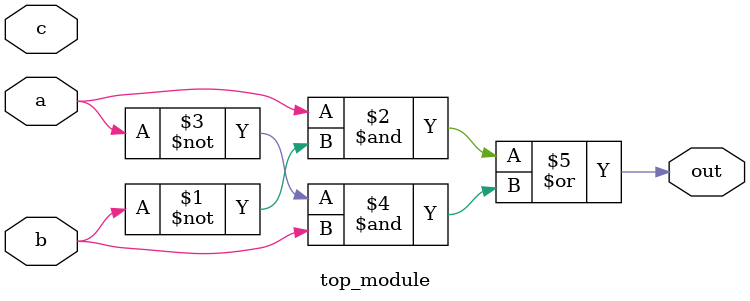
<source format=sv>
module top_module(
    input a,
    input b,
    input c,
    output out
);

assign out = (a & ~b) | (~a & b);

endmodule

</source>
